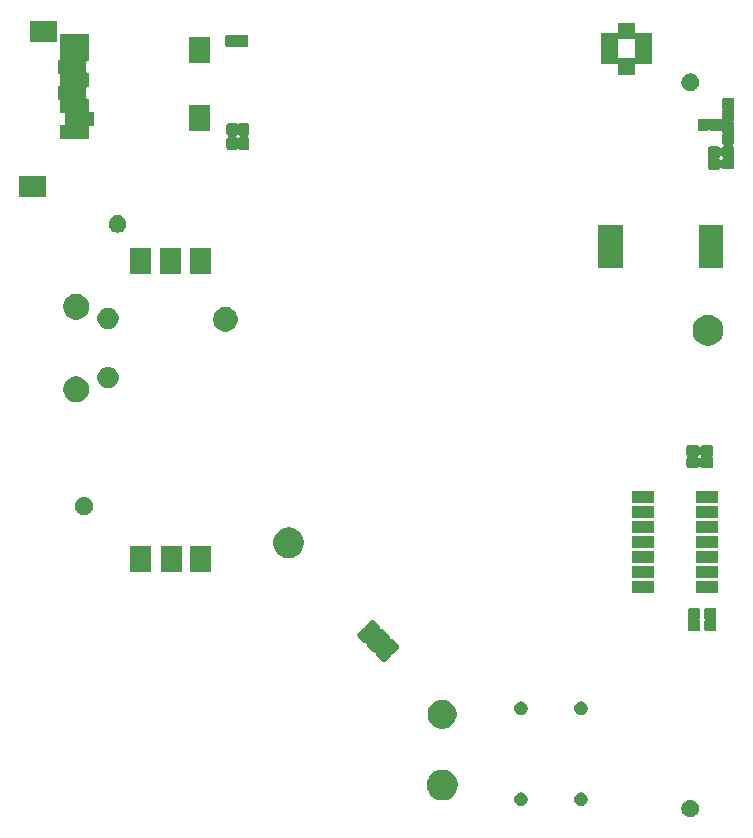
<source format=gbr>
G04 #@! TF.GenerationSoftware,KiCad,Pcbnew,5.1.6+dfsg1-1~bpo10+1*
G04 #@! TF.CreationDate,2021-03-28T20:23:35-04:00*
G04 #@! TF.ProjectId,RUSP_Daughterboard,52555350-5f44-4617-9567-68746572626f,rev?*
G04 #@! TF.SameCoordinates,Original*
G04 #@! TF.FileFunction,Soldermask,Top*
G04 #@! TF.FilePolarity,Negative*
%FSLAX46Y46*%
G04 Gerber Fmt 4.6, Leading zero omitted, Abs format (unit mm)*
G04 Created by KiCad (PCBNEW 5.1.6+dfsg1-1~bpo10+1) date 2021-03-28 20:23:35*
%MOMM*%
%LPD*%
G01*
G04 APERTURE LIST*
%ADD10C,0.100000*%
G04 APERTURE END LIST*
D10*
G36*
X175218766Y-135278821D02*
G01*
X175355257Y-135335358D01*
X175478097Y-135417437D01*
X175582563Y-135521903D01*
X175664642Y-135644743D01*
X175721179Y-135781234D01*
X175750000Y-135926130D01*
X175750000Y-136073870D01*
X175721179Y-136218766D01*
X175664642Y-136355257D01*
X175582563Y-136478097D01*
X175478097Y-136582563D01*
X175355257Y-136664642D01*
X175218766Y-136721179D01*
X175073870Y-136750000D01*
X174926130Y-136750000D01*
X174781234Y-136721179D01*
X174644743Y-136664642D01*
X174521903Y-136582563D01*
X174417437Y-136478097D01*
X174335358Y-136355257D01*
X174278821Y-136218766D01*
X174250000Y-136073870D01*
X174250000Y-135926130D01*
X174278821Y-135781234D01*
X174335358Y-135644743D01*
X174417437Y-135521903D01*
X174521903Y-135417437D01*
X174644743Y-135335358D01*
X174781234Y-135278821D01*
X174926130Y-135250000D01*
X175073870Y-135250000D01*
X175218766Y-135278821D01*
G37*
G36*
X165853153Y-134631145D02*
G01*
X165909180Y-134642289D01*
X166014733Y-134686011D01*
X166109728Y-134749485D01*
X166190515Y-134830272D01*
X166253990Y-134925269D01*
X166297711Y-135030821D01*
X166320000Y-135142874D01*
X166320000Y-135257126D01*
X166315684Y-135278822D01*
X166297711Y-135369180D01*
X166253989Y-135474733D01*
X166190515Y-135569728D01*
X166109728Y-135650515D01*
X166014733Y-135713989D01*
X165909180Y-135757711D01*
X165853153Y-135768855D01*
X165797126Y-135780000D01*
X165682874Y-135780000D01*
X165626847Y-135768855D01*
X165570820Y-135757711D01*
X165465267Y-135713989D01*
X165370272Y-135650515D01*
X165289485Y-135569728D01*
X165226011Y-135474733D01*
X165182289Y-135369180D01*
X165164316Y-135278822D01*
X165160000Y-135257126D01*
X165160000Y-135142874D01*
X165182289Y-135030821D01*
X165226010Y-134925269D01*
X165289485Y-134830272D01*
X165370272Y-134749485D01*
X165465267Y-134686011D01*
X165570820Y-134642289D01*
X165626847Y-134631145D01*
X165682874Y-134620000D01*
X165797126Y-134620000D01*
X165853153Y-134631145D01*
G37*
G36*
X160773153Y-134631145D02*
G01*
X160829180Y-134642289D01*
X160934733Y-134686011D01*
X161029728Y-134749485D01*
X161110515Y-134830272D01*
X161173990Y-134925269D01*
X161217711Y-135030821D01*
X161240000Y-135142874D01*
X161240000Y-135257126D01*
X161235684Y-135278822D01*
X161217711Y-135369180D01*
X161173989Y-135474733D01*
X161110515Y-135569728D01*
X161029728Y-135650515D01*
X160934733Y-135713989D01*
X160829180Y-135757711D01*
X160773153Y-135768855D01*
X160717126Y-135780000D01*
X160602874Y-135780000D01*
X160546847Y-135768855D01*
X160490820Y-135757711D01*
X160385267Y-135713989D01*
X160290272Y-135650515D01*
X160209485Y-135569728D01*
X160146011Y-135474733D01*
X160102289Y-135369180D01*
X160084316Y-135278822D01*
X160080000Y-135257126D01*
X160080000Y-135142874D01*
X160102289Y-135030821D01*
X160146010Y-134925269D01*
X160209485Y-134830272D01*
X160290272Y-134749485D01*
X160385267Y-134686011D01*
X160490820Y-134642289D01*
X160546847Y-134631145D01*
X160602874Y-134620000D01*
X160717126Y-134620000D01*
X160773153Y-134631145D01*
G37*
G36*
X154253617Y-132724979D02*
G01*
X154379196Y-132749958D01*
X154615781Y-132847955D01*
X154828702Y-132990224D01*
X155009776Y-133171298D01*
X155152045Y-133384219D01*
X155250042Y-133620804D01*
X155300000Y-133871961D01*
X155300000Y-134128039D01*
X155250042Y-134379196D01*
X155152045Y-134615781D01*
X155009776Y-134828702D01*
X154828702Y-135009776D01*
X154615781Y-135152045D01*
X154379196Y-135250042D01*
X154253617Y-135275021D01*
X154128040Y-135300000D01*
X153871960Y-135300000D01*
X153746383Y-135275021D01*
X153620804Y-135250042D01*
X153384219Y-135152045D01*
X153171298Y-135009776D01*
X152990224Y-134828702D01*
X152847955Y-134615781D01*
X152749958Y-134379196D01*
X152700000Y-134128039D01*
X152700000Y-133871961D01*
X152749958Y-133620804D01*
X152847955Y-133384219D01*
X152990224Y-133171298D01*
X153171298Y-132990224D01*
X153384219Y-132847955D01*
X153620804Y-132749958D01*
X153746383Y-132724979D01*
X153871960Y-132700000D01*
X154128040Y-132700000D01*
X154253617Y-132724979D01*
G37*
G36*
X154238985Y-126798538D02*
G01*
X154357319Y-126822076D01*
X154449661Y-126860325D01*
X154580254Y-126914418D01*
X154780891Y-127048480D01*
X154951520Y-127219109D01*
X155085582Y-127419746D01*
X155177924Y-127642682D01*
X155225000Y-127879347D01*
X155225000Y-128120653D01*
X155177924Y-128357318D01*
X155085582Y-128580254D01*
X154951520Y-128780891D01*
X154780891Y-128951520D01*
X154580254Y-129085582D01*
X154449661Y-129139675D01*
X154357319Y-129177924D01*
X154120653Y-129225000D01*
X153879347Y-129225000D01*
X153642681Y-129177924D01*
X153550339Y-129139675D01*
X153419746Y-129085582D01*
X153219109Y-128951520D01*
X153048480Y-128780891D01*
X152914418Y-128580254D01*
X152822076Y-128357318D01*
X152775000Y-128120653D01*
X152775000Y-127879347D01*
X152822076Y-127642682D01*
X152914418Y-127419746D01*
X153048480Y-127219109D01*
X153219109Y-127048480D01*
X153419746Y-126914418D01*
X153550339Y-126860325D01*
X153642681Y-126822076D01*
X153761015Y-126798538D01*
X153879347Y-126775000D01*
X154120653Y-126775000D01*
X154238985Y-126798538D01*
G37*
G36*
X160773153Y-126931145D02*
G01*
X160829180Y-126942289D01*
X160934733Y-126986011D01*
X161029728Y-127049485D01*
X161110515Y-127130272D01*
X161173989Y-127225267D01*
X161217711Y-127330820D01*
X161240000Y-127442875D01*
X161240000Y-127557125D01*
X161217711Y-127669180D01*
X161173989Y-127774733D01*
X161110515Y-127869728D01*
X161029728Y-127950515D01*
X160934733Y-128013989D01*
X160829180Y-128057711D01*
X160773152Y-128068856D01*
X160717126Y-128080000D01*
X160602874Y-128080000D01*
X160546848Y-128068856D01*
X160490820Y-128057711D01*
X160385267Y-128013989D01*
X160290272Y-127950515D01*
X160209485Y-127869728D01*
X160146011Y-127774733D01*
X160102289Y-127669180D01*
X160080000Y-127557125D01*
X160080000Y-127442875D01*
X160102289Y-127330820D01*
X160146011Y-127225267D01*
X160209485Y-127130272D01*
X160290272Y-127049485D01*
X160385267Y-126986011D01*
X160490820Y-126942289D01*
X160546847Y-126931145D01*
X160602874Y-126920000D01*
X160717126Y-126920000D01*
X160773153Y-126931145D01*
G37*
G36*
X165853153Y-126931145D02*
G01*
X165909180Y-126942289D01*
X166014733Y-126986011D01*
X166109728Y-127049485D01*
X166190515Y-127130272D01*
X166253989Y-127225267D01*
X166297711Y-127330820D01*
X166320000Y-127442875D01*
X166320000Y-127557125D01*
X166297711Y-127669180D01*
X166253989Y-127774733D01*
X166190515Y-127869728D01*
X166109728Y-127950515D01*
X166014733Y-128013989D01*
X165909180Y-128057711D01*
X165853152Y-128068856D01*
X165797126Y-128080000D01*
X165682874Y-128080000D01*
X165626848Y-128068856D01*
X165570820Y-128057711D01*
X165465267Y-128013989D01*
X165370272Y-127950515D01*
X165289485Y-127869728D01*
X165226011Y-127774733D01*
X165182289Y-127669180D01*
X165160000Y-127557125D01*
X165160000Y-127442875D01*
X165182289Y-127330820D01*
X165226011Y-127225267D01*
X165289485Y-127130272D01*
X165370272Y-127049485D01*
X165465267Y-126986011D01*
X165570820Y-126942289D01*
X165626847Y-126931145D01*
X165682874Y-126920000D01*
X165797126Y-126920000D01*
X165853153Y-126931145D01*
G37*
G36*
X148141243Y-120020117D02*
G01*
X148175836Y-120030611D01*
X148207709Y-120047647D01*
X148240425Y-120074497D01*
X148280267Y-120114339D01*
X148280278Y-120114348D01*
X148665652Y-120499722D01*
X148665661Y-120499733D01*
X148705503Y-120539575D01*
X148732353Y-120572291D01*
X148749389Y-120604164D01*
X148759883Y-120638757D01*
X148763426Y-120674731D01*
X148761766Y-120691584D01*
X148761766Y-120716088D01*
X148766546Y-120740121D01*
X148775923Y-120762760D01*
X148789537Y-120783135D01*
X148806863Y-120800462D01*
X148827238Y-120814076D01*
X148849876Y-120823453D01*
X148873910Y-120828234D01*
X148898416Y-120828234D01*
X148915269Y-120826574D01*
X148951243Y-120830117D01*
X148985836Y-120840611D01*
X149017709Y-120857647D01*
X149050425Y-120884497D01*
X149090267Y-120924339D01*
X149090278Y-120924348D01*
X149475652Y-121309722D01*
X149475661Y-121309733D01*
X149515503Y-121349575D01*
X149542353Y-121382291D01*
X149559389Y-121414164D01*
X149569883Y-121448757D01*
X149573426Y-121484730D01*
X149570967Y-121509692D01*
X149570967Y-121534196D01*
X149575747Y-121558229D01*
X149585124Y-121580868D01*
X149598737Y-121601243D01*
X149616064Y-121618570D01*
X149636438Y-121632184D01*
X149659077Y-121641562D01*
X149683110Y-121646343D01*
X149702925Y-121646343D01*
X149741243Y-121650117D01*
X149775836Y-121660611D01*
X149807709Y-121677647D01*
X149840425Y-121704497D01*
X149880267Y-121744339D01*
X149880278Y-121744348D01*
X150265652Y-122129722D01*
X150265661Y-122129733D01*
X150305503Y-122169575D01*
X150332353Y-122202291D01*
X150349389Y-122234164D01*
X150359883Y-122268757D01*
X150363426Y-122304731D01*
X150359883Y-122340705D01*
X150349389Y-122375298D01*
X150332353Y-122407171D01*
X150305503Y-122439887D01*
X150265661Y-122479729D01*
X150265652Y-122479740D01*
X149915634Y-122829758D01*
X149915623Y-122829767D01*
X149875781Y-122869609D01*
X149843065Y-122896459D01*
X149811192Y-122913495D01*
X149768250Y-122926521D01*
X149761239Y-122927916D01*
X149738601Y-122937295D01*
X149718227Y-122950910D01*
X149700901Y-122968238D01*
X149687289Y-122988613D01*
X149677913Y-123011252D01*
X149676520Y-123018253D01*
X149663495Y-123061192D01*
X149646459Y-123093065D01*
X149619609Y-123125781D01*
X149579767Y-123165623D01*
X149579758Y-123165634D01*
X149229740Y-123515652D01*
X149229729Y-123515661D01*
X149189887Y-123555503D01*
X149157171Y-123582353D01*
X149125298Y-123599389D01*
X149090705Y-123609883D01*
X149054731Y-123613426D01*
X149018757Y-123609883D01*
X148984164Y-123599389D01*
X148952291Y-123582353D01*
X148919575Y-123555503D01*
X148879733Y-123515661D01*
X148879722Y-123515652D01*
X148494348Y-123130278D01*
X148494339Y-123130267D01*
X148454497Y-123090425D01*
X148427647Y-123057709D01*
X148410611Y-123025836D01*
X148400117Y-122991243D01*
X148396574Y-122955269D01*
X148399033Y-122930308D01*
X148399033Y-122905804D01*
X148394253Y-122881771D01*
X148384876Y-122859132D01*
X148371263Y-122838757D01*
X148353936Y-122821430D01*
X148333562Y-122807816D01*
X148310923Y-122798438D01*
X148286890Y-122793657D01*
X148267075Y-122793657D01*
X148228757Y-122789883D01*
X148194164Y-122779389D01*
X148162291Y-122762353D01*
X148129575Y-122735503D01*
X148089733Y-122695661D01*
X148089722Y-122695652D01*
X147704348Y-122310278D01*
X147704339Y-122310267D01*
X147664497Y-122270425D01*
X147637647Y-122237709D01*
X147620611Y-122205836D01*
X147610117Y-122171243D01*
X147606574Y-122135269D01*
X147608234Y-122118416D01*
X147608234Y-122093912D01*
X147603454Y-122069879D01*
X147594077Y-122047240D01*
X147580463Y-122026865D01*
X147563137Y-122009538D01*
X147542762Y-121995924D01*
X147520124Y-121986547D01*
X147496090Y-121981766D01*
X147471584Y-121981766D01*
X147454731Y-121983426D01*
X147418757Y-121979883D01*
X147384164Y-121969389D01*
X147352291Y-121952353D01*
X147319575Y-121925503D01*
X147279733Y-121885661D01*
X147279722Y-121885652D01*
X146894348Y-121500278D01*
X146894339Y-121500267D01*
X146854497Y-121460425D01*
X146827647Y-121427709D01*
X146810611Y-121395836D01*
X146800117Y-121361243D01*
X146796574Y-121325269D01*
X146800117Y-121289295D01*
X146810611Y-121254702D01*
X146827647Y-121222829D01*
X146854497Y-121190113D01*
X146894339Y-121150271D01*
X146894348Y-121150260D01*
X147244366Y-120800242D01*
X147244377Y-120800233D01*
X147284219Y-120760391D01*
X147316935Y-120733541D01*
X147348808Y-120716505D01*
X147391750Y-120703479D01*
X147398761Y-120702084D01*
X147421399Y-120692705D01*
X147441773Y-120679090D01*
X147459099Y-120661762D01*
X147472711Y-120641387D01*
X147482087Y-120618748D01*
X147483480Y-120611747D01*
X147496505Y-120568808D01*
X147513541Y-120536935D01*
X147540391Y-120504219D01*
X147580233Y-120464377D01*
X147580242Y-120464366D01*
X147930260Y-120114348D01*
X147930271Y-120114339D01*
X147970113Y-120074497D01*
X148002829Y-120047647D01*
X148034702Y-120030611D01*
X148069295Y-120020117D01*
X148105269Y-120016574D01*
X148141243Y-120020117D01*
G37*
G36*
X175670974Y-119024148D02*
G01*
X175705567Y-119034642D01*
X175737440Y-119051678D01*
X175765386Y-119074614D01*
X175788322Y-119102560D01*
X175805358Y-119134433D01*
X175815852Y-119169026D01*
X175820000Y-119211141D01*
X175820000Y-119818859D01*
X175815852Y-119860974D01*
X175805358Y-119895567D01*
X175784213Y-119935127D01*
X175780244Y-119941066D01*
X175770865Y-119963703D01*
X175766082Y-119987736D01*
X175766080Y-120012240D01*
X175770858Y-120036274D01*
X175780233Y-120058914D01*
X175784206Y-120064861D01*
X175805358Y-120104433D01*
X175815852Y-120139026D01*
X175820000Y-120181141D01*
X175820000Y-120788859D01*
X175815852Y-120830974D01*
X175805358Y-120865567D01*
X175788322Y-120897440D01*
X175765386Y-120925386D01*
X175737440Y-120948322D01*
X175705567Y-120965358D01*
X175670974Y-120975852D01*
X175628859Y-120980000D01*
X174971141Y-120980000D01*
X174929026Y-120975852D01*
X174894433Y-120965358D01*
X174862560Y-120948322D01*
X174834614Y-120925386D01*
X174811678Y-120897440D01*
X174794642Y-120865567D01*
X174784148Y-120830974D01*
X174780000Y-120788859D01*
X174780000Y-120181141D01*
X174784148Y-120139026D01*
X174794642Y-120104433D01*
X174815787Y-120064873D01*
X174819756Y-120058934D01*
X174829135Y-120036297D01*
X174833918Y-120012264D01*
X174833920Y-119987760D01*
X174829142Y-119963726D01*
X174819767Y-119941086D01*
X174815794Y-119935139D01*
X174794642Y-119895567D01*
X174784148Y-119860974D01*
X174780000Y-119818859D01*
X174780000Y-119211141D01*
X174784148Y-119169026D01*
X174794642Y-119134433D01*
X174811678Y-119102560D01*
X174834614Y-119074614D01*
X174862560Y-119051678D01*
X174894433Y-119034642D01*
X174929026Y-119024148D01*
X174971141Y-119020000D01*
X175628859Y-119020000D01*
X175670974Y-119024148D01*
G37*
G36*
X177070974Y-119024148D02*
G01*
X177105567Y-119034642D01*
X177137440Y-119051678D01*
X177165386Y-119074614D01*
X177188322Y-119102560D01*
X177205358Y-119134433D01*
X177215852Y-119169026D01*
X177220000Y-119211141D01*
X177220000Y-119818859D01*
X177215852Y-119860974D01*
X177205358Y-119895567D01*
X177184213Y-119935127D01*
X177180244Y-119941066D01*
X177170865Y-119963703D01*
X177166082Y-119987736D01*
X177166080Y-120012240D01*
X177170858Y-120036274D01*
X177180233Y-120058914D01*
X177184206Y-120064861D01*
X177205358Y-120104433D01*
X177215852Y-120139026D01*
X177220000Y-120181141D01*
X177220000Y-120788859D01*
X177215852Y-120830974D01*
X177205358Y-120865567D01*
X177188322Y-120897440D01*
X177165386Y-120925386D01*
X177137440Y-120948322D01*
X177105567Y-120965358D01*
X177070974Y-120975852D01*
X177028859Y-120980000D01*
X176371141Y-120980000D01*
X176329026Y-120975852D01*
X176294433Y-120965358D01*
X176262560Y-120948322D01*
X176234614Y-120925386D01*
X176211678Y-120897440D01*
X176194642Y-120865567D01*
X176184148Y-120830974D01*
X176180000Y-120788859D01*
X176180000Y-120181141D01*
X176184148Y-120139026D01*
X176194642Y-120104433D01*
X176215787Y-120064873D01*
X176219756Y-120058934D01*
X176229135Y-120036297D01*
X176233918Y-120012264D01*
X176233920Y-119987760D01*
X176229142Y-119963726D01*
X176219767Y-119941086D01*
X176215794Y-119935139D01*
X176194642Y-119895567D01*
X176184148Y-119860974D01*
X176180000Y-119818859D01*
X176180000Y-119211141D01*
X176184148Y-119169026D01*
X176194642Y-119134433D01*
X176211678Y-119102560D01*
X176234614Y-119074614D01*
X176262560Y-119051678D01*
X176294433Y-119034642D01*
X176329026Y-119024148D01*
X176371141Y-119020000D01*
X177028859Y-119020000D01*
X177070974Y-119024148D01*
G37*
G36*
X177350000Y-117710000D02*
G01*
X175450000Y-117710000D01*
X175450000Y-116710000D01*
X177350000Y-116710000D01*
X177350000Y-117710000D01*
G37*
G36*
X171950000Y-117710000D02*
G01*
X170050000Y-117710000D01*
X170050000Y-116710000D01*
X171950000Y-116710000D01*
X171950000Y-117710000D01*
G37*
G36*
X171950000Y-116440000D02*
G01*
X170050000Y-116440000D01*
X170050000Y-115440000D01*
X171950000Y-115440000D01*
X171950000Y-116440000D01*
G37*
G36*
X177350000Y-116440000D02*
G01*
X175450000Y-116440000D01*
X175450000Y-115440000D01*
X177350000Y-115440000D01*
X177350000Y-116440000D01*
G37*
G36*
X134460000Y-115986500D02*
G01*
X132660000Y-115986500D01*
X132660000Y-113786500D01*
X134460000Y-113786500D01*
X134460000Y-115986500D01*
G37*
G36*
X131983500Y-115986500D02*
G01*
X130183500Y-115986500D01*
X130183500Y-113786500D01*
X131983500Y-113786500D01*
X131983500Y-115986500D01*
G37*
G36*
X129380000Y-115986500D02*
G01*
X127580000Y-115986500D01*
X127580000Y-113786500D01*
X129380000Y-113786500D01*
X129380000Y-115986500D01*
G37*
G36*
X171950000Y-115170000D02*
G01*
X170050000Y-115170000D01*
X170050000Y-114170000D01*
X171950000Y-114170000D01*
X171950000Y-115170000D01*
G37*
G36*
X177350000Y-115170000D02*
G01*
X175450000Y-115170000D01*
X175450000Y-114170000D01*
X177350000Y-114170000D01*
X177350000Y-115170000D01*
G37*
G36*
X141253617Y-112224979D02*
G01*
X141379196Y-112249958D01*
X141615781Y-112347955D01*
X141828702Y-112490224D01*
X142009776Y-112671298D01*
X142152045Y-112884219D01*
X142250042Y-113120804D01*
X142300000Y-113371961D01*
X142300000Y-113628039D01*
X142250042Y-113879196D01*
X142152045Y-114115781D01*
X142009776Y-114328702D01*
X141828702Y-114509776D01*
X141615781Y-114652045D01*
X141379196Y-114750042D01*
X141128040Y-114800000D01*
X140871960Y-114800000D01*
X140620804Y-114750042D01*
X140384219Y-114652045D01*
X140171298Y-114509776D01*
X139990224Y-114328702D01*
X139847955Y-114115781D01*
X139749958Y-113879196D01*
X139700000Y-113628039D01*
X139700000Y-113371961D01*
X139749958Y-113120804D01*
X139847955Y-112884219D01*
X139990224Y-112671298D01*
X140171298Y-112490224D01*
X140384219Y-112347955D01*
X140620804Y-112249958D01*
X140746383Y-112224979D01*
X140871960Y-112200000D01*
X141128040Y-112200000D01*
X141253617Y-112224979D01*
G37*
G36*
X171950000Y-113900000D02*
G01*
X170050000Y-113900000D01*
X170050000Y-112900000D01*
X171950000Y-112900000D01*
X171950000Y-113900000D01*
G37*
G36*
X177350000Y-113900000D02*
G01*
X175450000Y-113900000D01*
X175450000Y-112900000D01*
X177350000Y-112900000D01*
X177350000Y-113900000D01*
G37*
G36*
X171950000Y-112630000D02*
G01*
X170050000Y-112630000D01*
X170050000Y-111630000D01*
X171950000Y-111630000D01*
X171950000Y-112630000D01*
G37*
G36*
X177350000Y-112630000D02*
G01*
X175450000Y-112630000D01*
X175450000Y-111630000D01*
X177350000Y-111630000D01*
X177350000Y-112630000D01*
G37*
G36*
X177350000Y-111360000D02*
G01*
X175450000Y-111360000D01*
X175450000Y-110360000D01*
X177350000Y-110360000D01*
X177350000Y-111360000D01*
G37*
G36*
X171950000Y-111360000D02*
G01*
X170050000Y-111360000D01*
X170050000Y-110360000D01*
X171950000Y-110360000D01*
X171950000Y-111360000D01*
G37*
G36*
X123903351Y-109610743D02*
G01*
X124048941Y-109671048D01*
X124179970Y-109758599D01*
X124291401Y-109870030D01*
X124378952Y-110001059D01*
X124439257Y-110146649D01*
X124470000Y-110301206D01*
X124470000Y-110458794D01*
X124439257Y-110613351D01*
X124378952Y-110758941D01*
X124291401Y-110889970D01*
X124179970Y-111001401D01*
X124048941Y-111088952D01*
X123903351Y-111149257D01*
X123748794Y-111180000D01*
X123591206Y-111180000D01*
X123436649Y-111149257D01*
X123291059Y-111088952D01*
X123160030Y-111001401D01*
X123048599Y-110889970D01*
X122961048Y-110758941D01*
X122900743Y-110613351D01*
X122870000Y-110458794D01*
X122870000Y-110301206D01*
X122900743Y-110146649D01*
X122961048Y-110001059D01*
X123048599Y-109870030D01*
X123160030Y-109758599D01*
X123291059Y-109671048D01*
X123436649Y-109610743D01*
X123591206Y-109580000D01*
X123748794Y-109580000D01*
X123903351Y-109610743D01*
G37*
G36*
X177350000Y-110090000D02*
G01*
X175450000Y-110090000D01*
X175450000Y-109090000D01*
X177350000Y-109090000D01*
X177350000Y-110090000D01*
G37*
G36*
X171950000Y-110090000D02*
G01*
X170050000Y-110090000D01*
X170050000Y-109090000D01*
X171950000Y-109090000D01*
X171950000Y-110090000D01*
G37*
G36*
X175570974Y-105224148D02*
G01*
X175605567Y-105234642D01*
X175637440Y-105251678D01*
X175665386Y-105274614D01*
X175688321Y-105302559D01*
X175689760Y-105305251D01*
X175703373Y-105325626D01*
X175720700Y-105342953D01*
X175741074Y-105356567D01*
X175763713Y-105365945D01*
X175787746Y-105370726D01*
X175812250Y-105370726D01*
X175836283Y-105365946D01*
X175858922Y-105356569D01*
X175879297Y-105342956D01*
X175896624Y-105325629D01*
X175910240Y-105305251D01*
X175911679Y-105302559D01*
X175934614Y-105274614D01*
X175962560Y-105251678D01*
X175994433Y-105234642D01*
X176029026Y-105224148D01*
X176071141Y-105220000D01*
X176728859Y-105220000D01*
X176770974Y-105224148D01*
X176805567Y-105234642D01*
X176837440Y-105251678D01*
X176865386Y-105274614D01*
X176888322Y-105302560D01*
X176905358Y-105334433D01*
X176915852Y-105369026D01*
X176920000Y-105411141D01*
X176920000Y-106018859D01*
X176915852Y-106060974D01*
X176905358Y-106095567D01*
X176884213Y-106135127D01*
X176880244Y-106141066D01*
X176870865Y-106163703D01*
X176866082Y-106187736D01*
X176866080Y-106212240D01*
X176870858Y-106236274D01*
X176880233Y-106258914D01*
X176884206Y-106264861D01*
X176905358Y-106304433D01*
X176915852Y-106339026D01*
X176920000Y-106381141D01*
X176920000Y-106988859D01*
X176915852Y-107030974D01*
X176905358Y-107065567D01*
X176888322Y-107097440D01*
X176865386Y-107125386D01*
X176837440Y-107148322D01*
X176805567Y-107165358D01*
X176770974Y-107175852D01*
X176728859Y-107180000D01*
X176071141Y-107180000D01*
X176029026Y-107175852D01*
X175994433Y-107165358D01*
X175962560Y-107148322D01*
X175934614Y-107125386D01*
X175911679Y-107097441D01*
X175910240Y-107094749D01*
X175896627Y-107074374D01*
X175879300Y-107057047D01*
X175858926Y-107043433D01*
X175836287Y-107034055D01*
X175812254Y-107029274D01*
X175787750Y-107029274D01*
X175763717Y-107034054D01*
X175741078Y-107043431D01*
X175720703Y-107057044D01*
X175703376Y-107074371D01*
X175689760Y-107094749D01*
X175688321Y-107097441D01*
X175665386Y-107125386D01*
X175637440Y-107148322D01*
X175605567Y-107165358D01*
X175570974Y-107175852D01*
X175528859Y-107180000D01*
X174871141Y-107180000D01*
X174829026Y-107175852D01*
X174794433Y-107165358D01*
X174762560Y-107148322D01*
X174734614Y-107125386D01*
X174711678Y-107097440D01*
X174694642Y-107065567D01*
X174684148Y-107030974D01*
X174680000Y-106988859D01*
X174680000Y-106381141D01*
X174684148Y-106339026D01*
X174694642Y-106304433D01*
X174715787Y-106264873D01*
X174719756Y-106258934D01*
X174729135Y-106236297D01*
X174733918Y-106212264D01*
X174733918Y-106212240D01*
X175666080Y-106212240D01*
X175670858Y-106236274D01*
X175680233Y-106258914D01*
X175684206Y-106264861D01*
X175689760Y-106275251D01*
X175703373Y-106295626D01*
X175720700Y-106312953D01*
X175741074Y-106326567D01*
X175763713Y-106335945D01*
X175787746Y-106340726D01*
X175812250Y-106340726D01*
X175836283Y-106335946D01*
X175858922Y-106326569D01*
X175879297Y-106312956D01*
X175896624Y-106295629D01*
X175910240Y-106275251D01*
X175915787Y-106264873D01*
X175919756Y-106258934D01*
X175929135Y-106236297D01*
X175933918Y-106212264D01*
X175933920Y-106187760D01*
X175929142Y-106163726D01*
X175919767Y-106141086D01*
X175915794Y-106135139D01*
X175910240Y-106124749D01*
X175896627Y-106104374D01*
X175879300Y-106087047D01*
X175858926Y-106073433D01*
X175836287Y-106064055D01*
X175812254Y-106059274D01*
X175787750Y-106059274D01*
X175763717Y-106064054D01*
X175741078Y-106073431D01*
X175720703Y-106087044D01*
X175703376Y-106104371D01*
X175689760Y-106124749D01*
X175684213Y-106135127D01*
X175680244Y-106141066D01*
X175670865Y-106163703D01*
X175666082Y-106187736D01*
X175666080Y-106212240D01*
X174733918Y-106212240D01*
X174733920Y-106187760D01*
X174729142Y-106163726D01*
X174719767Y-106141086D01*
X174715794Y-106135139D01*
X174694642Y-106095567D01*
X174684148Y-106060974D01*
X174680000Y-106018859D01*
X174680000Y-105411141D01*
X174684148Y-105369026D01*
X174694642Y-105334433D01*
X174711678Y-105302560D01*
X174734614Y-105274614D01*
X174762560Y-105251678D01*
X174794433Y-105234642D01*
X174829026Y-105224148D01*
X174871141Y-105220000D01*
X175528859Y-105220000D01*
X175570974Y-105224148D01*
G37*
G36*
X123320857Y-99442272D02*
G01*
X123521043Y-99525192D01*
X123521045Y-99525193D01*
X123611738Y-99585792D01*
X123701208Y-99645574D01*
X123854426Y-99798792D01*
X123974808Y-99978957D01*
X124057728Y-100179143D01*
X124100000Y-100391658D01*
X124100000Y-100608342D01*
X124057728Y-100820857D01*
X123974808Y-101021043D01*
X123974807Y-101021045D01*
X123854425Y-101201209D01*
X123701209Y-101354425D01*
X123521045Y-101474807D01*
X123521044Y-101474808D01*
X123521043Y-101474808D01*
X123320857Y-101557728D01*
X123108342Y-101600000D01*
X122891658Y-101600000D01*
X122679143Y-101557728D01*
X122478957Y-101474808D01*
X122478956Y-101474808D01*
X122478955Y-101474807D01*
X122298791Y-101354425D01*
X122145575Y-101201209D01*
X122025193Y-101021045D01*
X122025192Y-101021043D01*
X121942272Y-100820857D01*
X121900000Y-100608342D01*
X121900000Y-100391658D01*
X121942272Y-100179143D01*
X122025192Y-99978957D01*
X122145574Y-99798792D01*
X122298792Y-99645574D01*
X122388262Y-99585792D01*
X122478955Y-99525193D01*
X122478957Y-99525192D01*
X122679143Y-99442272D01*
X122891658Y-99400000D01*
X123108342Y-99400000D01*
X123320857Y-99442272D01*
G37*
G36*
X125905470Y-98619160D02*
G01*
X125963687Y-98630740D01*
X126031832Y-98658967D01*
X126128204Y-98698885D01*
X126276266Y-98797817D01*
X126402183Y-98923734D01*
X126501115Y-99071796D01*
X126569260Y-99236314D01*
X126604000Y-99410962D01*
X126604000Y-99589038D01*
X126569260Y-99763686D01*
X126501115Y-99928204D01*
X126402183Y-100076266D01*
X126276266Y-100202183D01*
X126128204Y-100301115D01*
X126031832Y-100341033D01*
X125963687Y-100369260D01*
X125905470Y-100380840D01*
X125789038Y-100404000D01*
X125610962Y-100404000D01*
X125494530Y-100380840D01*
X125436313Y-100369260D01*
X125368168Y-100341033D01*
X125271796Y-100301115D01*
X125123734Y-100202183D01*
X124997817Y-100076266D01*
X124898885Y-99928204D01*
X124830740Y-99763686D01*
X124796000Y-99589038D01*
X124796000Y-99410962D01*
X124830740Y-99236314D01*
X124898885Y-99071796D01*
X124997817Y-98923734D01*
X125123734Y-98797817D01*
X125271796Y-98698885D01*
X125368168Y-98658967D01*
X125436313Y-98630740D01*
X125494530Y-98619160D01*
X125610962Y-98596000D01*
X125789038Y-98596000D01*
X125905470Y-98619160D01*
G37*
G36*
X176879196Y-94249958D02*
G01*
X177115781Y-94347955D01*
X177328702Y-94490224D01*
X177509776Y-94671298D01*
X177652045Y-94884219D01*
X177750042Y-95120804D01*
X177800000Y-95371961D01*
X177800000Y-95628039D01*
X177750042Y-95879196D01*
X177652045Y-96115781D01*
X177509776Y-96328702D01*
X177328702Y-96509776D01*
X177115781Y-96652045D01*
X176879196Y-96750042D01*
X176753617Y-96775021D01*
X176628040Y-96800000D01*
X176371960Y-96800000D01*
X176246383Y-96775021D01*
X176120804Y-96750042D01*
X175884219Y-96652045D01*
X175671298Y-96509776D01*
X175490224Y-96328702D01*
X175347955Y-96115781D01*
X175249958Y-95879196D01*
X175200000Y-95628039D01*
X175200000Y-95371961D01*
X175249958Y-95120804D01*
X175347955Y-94884219D01*
X175490224Y-94671298D01*
X175671298Y-94490224D01*
X175884219Y-94347955D01*
X176120804Y-94249958D01*
X176371960Y-94200000D01*
X176628040Y-94200000D01*
X176879196Y-94249958D01*
G37*
G36*
X135773687Y-93530027D02*
G01*
X135951274Y-93565350D01*
X136142362Y-93644502D01*
X136314336Y-93759411D01*
X136460589Y-93905664D01*
X136575498Y-94077638D01*
X136654650Y-94268726D01*
X136695000Y-94471584D01*
X136695000Y-94678416D01*
X136654650Y-94881274D01*
X136575498Y-95072362D01*
X136460589Y-95244336D01*
X136314336Y-95390589D01*
X136142362Y-95505498D01*
X135951274Y-95584650D01*
X135773687Y-95619973D01*
X135748417Y-95625000D01*
X135541583Y-95625000D01*
X135516313Y-95619973D01*
X135338726Y-95584650D01*
X135147638Y-95505498D01*
X134975664Y-95390589D01*
X134829411Y-95244336D01*
X134714502Y-95072362D01*
X134635350Y-94881274D01*
X134595000Y-94678416D01*
X134595000Y-94471584D01*
X134635350Y-94268726D01*
X134714502Y-94077638D01*
X134829411Y-93905664D01*
X134975664Y-93759411D01*
X135147638Y-93644502D01*
X135338726Y-93565350D01*
X135516313Y-93530027D01*
X135541583Y-93525000D01*
X135748417Y-93525000D01*
X135773687Y-93530027D01*
G37*
G36*
X125905470Y-93619160D02*
G01*
X125963687Y-93630740D01*
X125996911Y-93644502D01*
X126128204Y-93698885D01*
X126276266Y-93797817D01*
X126402183Y-93923734D01*
X126501115Y-94071796D01*
X126541033Y-94168168D01*
X126554219Y-94200000D01*
X126569260Y-94236314D01*
X126604000Y-94410962D01*
X126604000Y-94589038D01*
X126569260Y-94763686D01*
X126501115Y-94928204D01*
X126402183Y-95076266D01*
X126276266Y-95202183D01*
X126128204Y-95301115D01*
X126031832Y-95341033D01*
X125963687Y-95369260D01*
X125905470Y-95380840D01*
X125789038Y-95404000D01*
X125610962Y-95404000D01*
X125494530Y-95380840D01*
X125436313Y-95369260D01*
X125368168Y-95341033D01*
X125271796Y-95301115D01*
X125123734Y-95202183D01*
X124997817Y-95076266D01*
X124898885Y-94928204D01*
X124830740Y-94763686D01*
X124796000Y-94589038D01*
X124796000Y-94410962D01*
X124830740Y-94236314D01*
X124845782Y-94200000D01*
X124858967Y-94168168D01*
X124898885Y-94071796D01*
X124997817Y-93923734D01*
X125123734Y-93797817D01*
X125271796Y-93698885D01*
X125403089Y-93644502D01*
X125436313Y-93630740D01*
X125494530Y-93619160D01*
X125610962Y-93596000D01*
X125789038Y-93596000D01*
X125905470Y-93619160D01*
G37*
G36*
X123320857Y-92442272D02*
G01*
X123521043Y-92525192D01*
X123521045Y-92525193D01*
X123611738Y-92585792D01*
X123701208Y-92645574D01*
X123854426Y-92798792D01*
X123974808Y-92978957D01*
X124057728Y-93179143D01*
X124100000Y-93391658D01*
X124100000Y-93608342D01*
X124057728Y-93820857D01*
X123974808Y-94021043D01*
X123974807Y-94021045D01*
X123854425Y-94201209D01*
X123701209Y-94354425D01*
X123521045Y-94474807D01*
X123521044Y-94474808D01*
X123521043Y-94474808D01*
X123320857Y-94557728D01*
X123108342Y-94600000D01*
X122891658Y-94600000D01*
X122679143Y-94557728D01*
X122478957Y-94474808D01*
X122478956Y-94474808D01*
X122478955Y-94474807D01*
X122298791Y-94354425D01*
X122145575Y-94201209D01*
X122025193Y-94021045D01*
X122025192Y-94021043D01*
X121942272Y-93820857D01*
X121900000Y-93608342D01*
X121900000Y-93391658D01*
X121942272Y-93179143D01*
X122025192Y-92978957D01*
X122145574Y-92798792D01*
X122298792Y-92645574D01*
X122388262Y-92585792D01*
X122478955Y-92525193D01*
X122478957Y-92525192D01*
X122679143Y-92442272D01*
X122891658Y-92400000D01*
X123108342Y-92400000D01*
X123320857Y-92442272D01*
G37*
G36*
X134460000Y-90713500D02*
G01*
X132660000Y-90713500D01*
X132660000Y-88513500D01*
X134460000Y-88513500D01*
X134460000Y-90713500D01*
G37*
G36*
X131920000Y-90713500D02*
G01*
X130120000Y-90713500D01*
X130120000Y-88513500D01*
X131920000Y-88513500D01*
X131920000Y-90713500D01*
G37*
G36*
X129380000Y-90713500D02*
G01*
X127580000Y-90713500D01*
X127580000Y-88513500D01*
X129380000Y-88513500D01*
X129380000Y-90713500D01*
G37*
G36*
X177800000Y-90200000D02*
G01*
X175700000Y-90200000D01*
X175700000Y-86600000D01*
X177800000Y-86600000D01*
X177800000Y-90200000D01*
G37*
G36*
X169300000Y-90200000D02*
G01*
X167200000Y-90200000D01*
X167200000Y-86600000D01*
X169300000Y-86600000D01*
X169300000Y-90200000D01*
G37*
G36*
X126718766Y-85778821D02*
G01*
X126855257Y-85835358D01*
X126978097Y-85917437D01*
X127082563Y-86021903D01*
X127164642Y-86144743D01*
X127221179Y-86281234D01*
X127250000Y-86426130D01*
X127250000Y-86573870D01*
X127221179Y-86718766D01*
X127164642Y-86855257D01*
X127082563Y-86978097D01*
X126978097Y-87082563D01*
X126855257Y-87164642D01*
X126718766Y-87221179D01*
X126573870Y-87250000D01*
X126426130Y-87250000D01*
X126281234Y-87221179D01*
X126144743Y-87164642D01*
X126021903Y-87082563D01*
X125917437Y-86978097D01*
X125835358Y-86855257D01*
X125778821Y-86718766D01*
X125750000Y-86573870D01*
X125750000Y-86426130D01*
X125778821Y-86281234D01*
X125835358Y-86144743D01*
X125917437Y-86021903D01*
X126021903Y-85917437D01*
X126144743Y-85835358D01*
X126281234Y-85778821D01*
X126426130Y-85750000D01*
X126573870Y-85750000D01*
X126718766Y-85778821D01*
G37*
G36*
X120425000Y-84250000D02*
G01*
X118125000Y-84250000D01*
X118125000Y-82450000D01*
X120425000Y-82450000D01*
X120425000Y-84250000D01*
G37*
G36*
X178570974Y-75824148D02*
G01*
X178605567Y-75834642D01*
X178637440Y-75851678D01*
X178665386Y-75874614D01*
X178688322Y-75902560D01*
X178705358Y-75934433D01*
X178715852Y-75969026D01*
X178720000Y-76011141D01*
X178720000Y-76618859D01*
X178715852Y-76660974D01*
X178705358Y-76695567D01*
X178684213Y-76735127D01*
X178680244Y-76741066D01*
X178670865Y-76763703D01*
X178666082Y-76787736D01*
X178666080Y-76812240D01*
X178670858Y-76836274D01*
X178680233Y-76858914D01*
X178684206Y-76864861D01*
X178705358Y-76904433D01*
X178715852Y-76939026D01*
X178720000Y-76981141D01*
X178720000Y-77588859D01*
X178715852Y-77630974D01*
X178705358Y-77665567D01*
X178688320Y-77697444D01*
X178669233Y-77720701D01*
X178655619Y-77741076D01*
X178646241Y-77763715D01*
X178641461Y-77787748D01*
X178641461Y-77812252D01*
X178646241Y-77836285D01*
X178655619Y-77858924D01*
X178669233Y-77879299D01*
X178688320Y-77902556D01*
X178705358Y-77934433D01*
X178715852Y-77969026D01*
X178720000Y-78011141D01*
X178720000Y-78618859D01*
X178715852Y-78660974D01*
X178705358Y-78695567D01*
X178684213Y-78735127D01*
X178680244Y-78741066D01*
X178670865Y-78763703D01*
X178666082Y-78787736D01*
X178666080Y-78812240D01*
X178670858Y-78836274D01*
X178680233Y-78858914D01*
X178684206Y-78864861D01*
X178705358Y-78904433D01*
X178715852Y-78939026D01*
X178720000Y-78981141D01*
X178720000Y-79588859D01*
X178715852Y-79630974D01*
X178705358Y-79665567D01*
X178688322Y-79697440D01*
X178665386Y-79725386D01*
X178631283Y-79753375D01*
X178613957Y-79770703D01*
X178600343Y-79791077D01*
X178590966Y-79813716D01*
X178586186Y-79837749D01*
X178586186Y-79862253D01*
X178590967Y-79886287D01*
X178600344Y-79908925D01*
X178613958Y-79929300D01*
X178631283Y-79946625D01*
X178665386Y-79974614D01*
X178688322Y-80002560D01*
X178705358Y-80034433D01*
X178715852Y-80069026D01*
X178720000Y-80111141D01*
X178720000Y-80718859D01*
X178715852Y-80760974D01*
X178705358Y-80795567D01*
X178684213Y-80835127D01*
X178680244Y-80841066D01*
X178670865Y-80863703D01*
X178666082Y-80887736D01*
X178666080Y-80912240D01*
X178670858Y-80936274D01*
X178680233Y-80958914D01*
X178684206Y-80964861D01*
X178705358Y-81004433D01*
X178715852Y-81039026D01*
X178720000Y-81081141D01*
X178720000Y-81688859D01*
X178715852Y-81730974D01*
X178705358Y-81765567D01*
X178688322Y-81797440D01*
X178665386Y-81825386D01*
X178637440Y-81848322D01*
X178605567Y-81865358D01*
X178570974Y-81875852D01*
X178528859Y-81880000D01*
X177871141Y-81880000D01*
X177829026Y-81875852D01*
X177794433Y-81865358D01*
X177762560Y-81848322D01*
X177734614Y-81825386D01*
X177708226Y-81793234D01*
X177700639Y-81781878D01*
X177683313Y-81764550D01*
X177662940Y-81750935D01*
X177640301Y-81741557D01*
X177616268Y-81736775D01*
X177591764Y-81736773D01*
X177567731Y-81741552D01*
X177545091Y-81750928D01*
X177524716Y-81764541D01*
X177507388Y-81781867D01*
X177493769Y-81802247D01*
X177488319Y-81812444D01*
X177465386Y-81840386D01*
X177437440Y-81863322D01*
X177405567Y-81880358D01*
X177370974Y-81890852D01*
X177328859Y-81895000D01*
X176671141Y-81895000D01*
X176629026Y-81890852D01*
X176594433Y-81880358D01*
X176562560Y-81863322D01*
X176534614Y-81840386D01*
X176511678Y-81812440D01*
X176494642Y-81780567D01*
X176484148Y-81745974D01*
X176480000Y-81703859D01*
X176480000Y-81096141D01*
X176484148Y-81054026D01*
X176494642Y-81019433D01*
X176515787Y-80979873D01*
X176519756Y-80973934D01*
X176529135Y-80951297D01*
X176533918Y-80927264D01*
X176533918Y-80927240D01*
X177466080Y-80927240D01*
X177470858Y-80951274D01*
X177480233Y-80973914D01*
X177484201Y-80979853D01*
X177485748Y-80982747D01*
X177499361Y-81003122D01*
X177516687Y-81020450D01*
X177537060Y-81034065D01*
X177559699Y-81043443D01*
X177583732Y-81048225D01*
X177608236Y-81048227D01*
X177632269Y-81043448D01*
X177654909Y-81034072D01*
X177675284Y-81020459D01*
X177692612Y-81003133D01*
X177706231Y-80982753D01*
X177715792Y-80964866D01*
X177719756Y-80958934D01*
X177729135Y-80936297D01*
X177733918Y-80912264D01*
X177733920Y-80887760D01*
X177729142Y-80863726D01*
X177719767Y-80841086D01*
X177715799Y-80835147D01*
X177714252Y-80832253D01*
X177700639Y-80811878D01*
X177683313Y-80794550D01*
X177662940Y-80780935D01*
X177640301Y-80771557D01*
X177616268Y-80766775D01*
X177591764Y-80766773D01*
X177567731Y-80771552D01*
X177545091Y-80780928D01*
X177524716Y-80794541D01*
X177507388Y-80811867D01*
X177493769Y-80832247D01*
X177484208Y-80850134D01*
X177480244Y-80856066D01*
X177470865Y-80878703D01*
X177466082Y-80902736D01*
X177466080Y-80927240D01*
X176533918Y-80927240D01*
X176533920Y-80902760D01*
X176529142Y-80878726D01*
X176519767Y-80856086D01*
X176515794Y-80850139D01*
X176494642Y-80810567D01*
X176484148Y-80775974D01*
X176480000Y-80733859D01*
X176480000Y-80126141D01*
X176484148Y-80084026D01*
X176494642Y-80049433D01*
X176511678Y-80017560D01*
X176534614Y-79989614D01*
X176562560Y-79966678D01*
X176594433Y-79949642D01*
X176629026Y-79939148D01*
X176671141Y-79935000D01*
X177328859Y-79935000D01*
X177370974Y-79939148D01*
X177405567Y-79949642D01*
X177437440Y-79966678D01*
X177465386Y-79989614D01*
X177491774Y-80021766D01*
X177499361Y-80033122D01*
X177516687Y-80050450D01*
X177537060Y-80064065D01*
X177559699Y-80073443D01*
X177583732Y-80078225D01*
X177608236Y-80078227D01*
X177632269Y-80073448D01*
X177654909Y-80064072D01*
X177675284Y-80050459D01*
X177692612Y-80033133D01*
X177706231Y-80012753D01*
X177711681Y-80002556D01*
X177734614Y-79974614D01*
X177768717Y-79946625D01*
X177786043Y-79929297D01*
X177799657Y-79908923D01*
X177809034Y-79886284D01*
X177813814Y-79862251D01*
X177813814Y-79837747D01*
X177809033Y-79813713D01*
X177799656Y-79791075D01*
X177786042Y-79770700D01*
X177768717Y-79753375D01*
X177734614Y-79725386D01*
X177711678Y-79697440D01*
X177694642Y-79665567D01*
X177684148Y-79630974D01*
X177680000Y-79588859D01*
X177680000Y-78981141D01*
X177684148Y-78939026D01*
X177694642Y-78904433D01*
X177715787Y-78864873D01*
X177719756Y-78858934D01*
X177729135Y-78836297D01*
X177733918Y-78812264D01*
X177733920Y-78787760D01*
X177729142Y-78763726D01*
X177719767Y-78741086D01*
X177715794Y-78735139D01*
X177694642Y-78695567D01*
X177683349Y-78658339D01*
X177673972Y-78635700D01*
X177660358Y-78615325D01*
X177643031Y-78597998D01*
X177622657Y-78584384D01*
X177600018Y-78575007D01*
X177575985Y-78570226D01*
X177551481Y-78570226D01*
X177527448Y-78575006D01*
X177504809Y-78584383D01*
X177465565Y-78605359D01*
X177430974Y-78615852D01*
X177388859Y-78620000D01*
X176781141Y-78620000D01*
X176739026Y-78615852D01*
X176704433Y-78605358D01*
X176664873Y-78584213D01*
X176658934Y-78580244D01*
X176636297Y-78570865D01*
X176612264Y-78566082D01*
X176587760Y-78566080D01*
X176563726Y-78570858D01*
X176541086Y-78580233D01*
X176535139Y-78584206D01*
X176495567Y-78605358D01*
X176460974Y-78615852D01*
X176418859Y-78620000D01*
X175811141Y-78620000D01*
X175769026Y-78615852D01*
X175734433Y-78605358D01*
X175702560Y-78588322D01*
X175674614Y-78565386D01*
X175651678Y-78537440D01*
X175634642Y-78505567D01*
X175624148Y-78470974D01*
X175620000Y-78428859D01*
X175620000Y-77771141D01*
X175624148Y-77729026D01*
X175634642Y-77694433D01*
X175651678Y-77662560D01*
X175674614Y-77634614D01*
X175702560Y-77611678D01*
X175734433Y-77594642D01*
X175769026Y-77584148D01*
X175811141Y-77580000D01*
X176418859Y-77580000D01*
X176460974Y-77584148D01*
X176495567Y-77594642D01*
X176535127Y-77615787D01*
X176541066Y-77619756D01*
X176563703Y-77629135D01*
X176587736Y-77633918D01*
X176612240Y-77633920D01*
X176636274Y-77629142D01*
X176658914Y-77619767D01*
X176664861Y-77615794D01*
X176704433Y-77594642D01*
X176739026Y-77584148D01*
X176781141Y-77580000D01*
X177388859Y-77580000D01*
X177430974Y-77584148D01*
X177465564Y-77594641D01*
X177496076Y-77610950D01*
X177518715Y-77620327D01*
X177542748Y-77625108D01*
X177567252Y-77625108D01*
X177591286Y-77620328D01*
X177613925Y-77610951D01*
X177634299Y-77597337D01*
X177651626Y-77580010D01*
X177665240Y-77559636D01*
X177674617Y-77536997D01*
X177679398Y-77512964D01*
X177680000Y-77500711D01*
X177680000Y-76981141D01*
X177684148Y-76939026D01*
X177694642Y-76904433D01*
X177715787Y-76864873D01*
X177719756Y-76858934D01*
X177729135Y-76836297D01*
X177733918Y-76812264D01*
X177733920Y-76787760D01*
X177729142Y-76763726D01*
X177719767Y-76741086D01*
X177715794Y-76735139D01*
X177694642Y-76695567D01*
X177684148Y-76660974D01*
X177680000Y-76618859D01*
X177680000Y-76011141D01*
X177684148Y-75969026D01*
X177694642Y-75934433D01*
X177711678Y-75902560D01*
X177734614Y-75874614D01*
X177762560Y-75851678D01*
X177794433Y-75834642D01*
X177829026Y-75824148D01*
X177871141Y-75820000D01*
X178528859Y-75820000D01*
X178570974Y-75824148D01*
G37*
G36*
X136560974Y-77984148D02*
G01*
X136595567Y-77994642D01*
X136635127Y-78015787D01*
X136641066Y-78019756D01*
X136663703Y-78029135D01*
X136687736Y-78033918D01*
X136712240Y-78033920D01*
X136736274Y-78029142D01*
X136758914Y-78019767D01*
X136764861Y-78015794D01*
X136804433Y-77994642D01*
X136839026Y-77984148D01*
X136881141Y-77980000D01*
X137488859Y-77980000D01*
X137530974Y-77984148D01*
X137565567Y-77994642D01*
X137597440Y-78011678D01*
X137625386Y-78034614D01*
X137648322Y-78062560D01*
X137665358Y-78094433D01*
X137675852Y-78129026D01*
X137680000Y-78171141D01*
X137680000Y-78828859D01*
X137675852Y-78870974D01*
X137665358Y-78905567D01*
X137648322Y-78937440D01*
X137625386Y-78965386D01*
X137597441Y-78988321D01*
X137594749Y-78989760D01*
X137574374Y-79003373D01*
X137557047Y-79020700D01*
X137543433Y-79041074D01*
X137534055Y-79063713D01*
X137529274Y-79087746D01*
X137529274Y-79112250D01*
X137534054Y-79136283D01*
X137543431Y-79158922D01*
X137557044Y-79179297D01*
X137574371Y-79196624D01*
X137594749Y-79210240D01*
X137597441Y-79211679D01*
X137625386Y-79234614D01*
X137648322Y-79262560D01*
X137665358Y-79294433D01*
X137675852Y-79329026D01*
X137680000Y-79371141D01*
X137680000Y-80028859D01*
X137675852Y-80070974D01*
X137665358Y-80105567D01*
X137648322Y-80137440D01*
X137625386Y-80165386D01*
X137597440Y-80188322D01*
X137565567Y-80205358D01*
X137530974Y-80215852D01*
X137488859Y-80220000D01*
X136881141Y-80220000D01*
X136839026Y-80215852D01*
X136804433Y-80205358D01*
X136764873Y-80184213D01*
X136758934Y-80180244D01*
X136736297Y-80170865D01*
X136712264Y-80166082D01*
X136687760Y-80166080D01*
X136663726Y-80170858D01*
X136641086Y-80180233D01*
X136635139Y-80184206D01*
X136595567Y-80205358D01*
X136560974Y-80215852D01*
X136518859Y-80220000D01*
X135911141Y-80220000D01*
X135869026Y-80215852D01*
X135834433Y-80205358D01*
X135802560Y-80188322D01*
X135774614Y-80165386D01*
X135751678Y-80137440D01*
X135734642Y-80105567D01*
X135724148Y-80070974D01*
X135720000Y-80028859D01*
X135720000Y-79371141D01*
X135724148Y-79329026D01*
X135734642Y-79294433D01*
X135751678Y-79262560D01*
X135774614Y-79234614D01*
X135802559Y-79211679D01*
X135805251Y-79210240D01*
X135825626Y-79196627D01*
X135842953Y-79179300D01*
X135856567Y-79158926D01*
X135865945Y-79136287D01*
X135870726Y-79112254D01*
X135870726Y-79087750D01*
X135870726Y-79087746D01*
X136559274Y-79087746D01*
X136559274Y-79112250D01*
X136564054Y-79136283D01*
X136573431Y-79158922D01*
X136587044Y-79179297D01*
X136604371Y-79196624D01*
X136624749Y-79210240D01*
X136635127Y-79215787D01*
X136641066Y-79219756D01*
X136663703Y-79229135D01*
X136687736Y-79233918D01*
X136712240Y-79233920D01*
X136736274Y-79229142D01*
X136758914Y-79219767D01*
X136764861Y-79215794D01*
X136775251Y-79210240D01*
X136795626Y-79196627D01*
X136812953Y-79179300D01*
X136826567Y-79158926D01*
X136835945Y-79136287D01*
X136840726Y-79112254D01*
X136840726Y-79087750D01*
X136835946Y-79063717D01*
X136826569Y-79041078D01*
X136812956Y-79020703D01*
X136795629Y-79003376D01*
X136775251Y-78989760D01*
X136764873Y-78984213D01*
X136758934Y-78980244D01*
X136736297Y-78970865D01*
X136712264Y-78966082D01*
X136687760Y-78966080D01*
X136663726Y-78970858D01*
X136641086Y-78980233D01*
X136635139Y-78984206D01*
X136624749Y-78989760D01*
X136604374Y-79003373D01*
X136587047Y-79020700D01*
X136573433Y-79041074D01*
X136564055Y-79063713D01*
X136559274Y-79087746D01*
X135870726Y-79087746D01*
X135865946Y-79063717D01*
X135856569Y-79041078D01*
X135842956Y-79020703D01*
X135825629Y-79003376D01*
X135805251Y-78989760D01*
X135802559Y-78988321D01*
X135774614Y-78965386D01*
X135751678Y-78937440D01*
X135734642Y-78905567D01*
X135724148Y-78870974D01*
X135720000Y-78828859D01*
X135720000Y-78171141D01*
X135724148Y-78129026D01*
X135734642Y-78094433D01*
X135751678Y-78062560D01*
X135774614Y-78034614D01*
X135802560Y-78011678D01*
X135834433Y-77994642D01*
X135869026Y-77984148D01*
X135911141Y-77980000D01*
X136518859Y-77980000D01*
X136560974Y-77984148D01*
G37*
G36*
X124075000Y-72690000D02*
G01*
X123999999Y-72690000D01*
X123975613Y-72692402D01*
X123952164Y-72699515D01*
X123930553Y-72711066D01*
X123911611Y-72726611D01*
X123896066Y-72745553D01*
X123884515Y-72767164D01*
X123877402Y-72790613D01*
X123875000Y-72814999D01*
X123875000Y-73565001D01*
X123877402Y-73589387D01*
X123884515Y-73612836D01*
X123896066Y-73634447D01*
X123911611Y-73653389D01*
X123930553Y-73668934D01*
X123952164Y-73680485D01*
X123975613Y-73687598D01*
X123999999Y-73690000D01*
X124075000Y-73690000D01*
X124075000Y-74890000D01*
X123999999Y-74890000D01*
X123975613Y-74892402D01*
X123952164Y-74899515D01*
X123930553Y-74911066D01*
X123911611Y-74926611D01*
X123896066Y-74945553D01*
X123884515Y-74967164D01*
X123877402Y-74990613D01*
X123875000Y-75014999D01*
X123875000Y-75765001D01*
X123877402Y-75789387D01*
X123884515Y-75812836D01*
X123896066Y-75834447D01*
X123911611Y-75853389D01*
X123930553Y-75868934D01*
X123952164Y-75880485D01*
X123975613Y-75887598D01*
X123999999Y-75890000D01*
X124075000Y-75890000D01*
X124075000Y-76865001D01*
X124077402Y-76889387D01*
X124084515Y-76912836D01*
X124096066Y-76934447D01*
X124111611Y-76953389D01*
X124130553Y-76968934D01*
X124152164Y-76980485D01*
X124175613Y-76987598D01*
X124199999Y-76990000D01*
X124475000Y-76990000D01*
X124475000Y-78190000D01*
X124199999Y-78190000D01*
X124175613Y-78192402D01*
X124152164Y-78199515D01*
X124130553Y-78211066D01*
X124111611Y-78226611D01*
X124096066Y-78245553D01*
X124084515Y-78267164D01*
X124077402Y-78290613D01*
X124075000Y-78314999D01*
X124075000Y-79290000D01*
X121675000Y-79290000D01*
X121675000Y-78090000D01*
X121950001Y-78090000D01*
X121974387Y-78087598D01*
X121997836Y-78080485D01*
X122019447Y-78068934D01*
X122038389Y-78053389D01*
X122053934Y-78034447D01*
X122065485Y-78012836D01*
X122072598Y-77989387D01*
X122075000Y-77965001D01*
X122075000Y-77214999D01*
X122072598Y-77190613D01*
X122065485Y-77167164D01*
X122053934Y-77145553D01*
X122038389Y-77126611D01*
X122019447Y-77111066D01*
X121997836Y-77099515D01*
X121974387Y-77092402D01*
X121950001Y-77090000D01*
X121675000Y-77090000D01*
X121675000Y-76114999D01*
X121672598Y-76090613D01*
X121665485Y-76067164D01*
X121653934Y-76045553D01*
X121638389Y-76026611D01*
X121619447Y-76011066D01*
X121597836Y-75999515D01*
X121574387Y-75992402D01*
X121550001Y-75990000D01*
X121475000Y-75990000D01*
X121475000Y-74790000D01*
X121550001Y-74790000D01*
X121574387Y-74787598D01*
X121597836Y-74780485D01*
X121619447Y-74768934D01*
X121638389Y-74753389D01*
X121653934Y-74734447D01*
X121665485Y-74712836D01*
X121672598Y-74689387D01*
X121675000Y-74665001D01*
X121675000Y-73914999D01*
X121672598Y-73890613D01*
X121665485Y-73867164D01*
X121653934Y-73845553D01*
X121638389Y-73826611D01*
X121619447Y-73811066D01*
X121597836Y-73799515D01*
X121574387Y-73792402D01*
X121550001Y-73790000D01*
X121475000Y-73790000D01*
X121475000Y-72590000D01*
X121550001Y-72590000D01*
X121574387Y-72587598D01*
X121597836Y-72580485D01*
X121619447Y-72568934D01*
X121638389Y-72553389D01*
X121653934Y-72534447D01*
X121665485Y-72512836D01*
X121672598Y-72489387D01*
X121675000Y-72465001D01*
X121675000Y-70390000D01*
X124075000Y-70390000D01*
X124075000Y-72690000D01*
G37*
G36*
X134325000Y-78600000D02*
G01*
X132525000Y-78600000D01*
X132525000Y-76400000D01*
X134325000Y-76400000D01*
X134325000Y-78600000D01*
G37*
G36*
X175218766Y-73778821D02*
G01*
X175355257Y-73835358D01*
X175478097Y-73917437D01*
X175582563Y-74021903D01*
X175664642Y-74144743D01*
X175721179Y-74281234D01*
X175750000Y-74426130D01*
X175750000Y-74573870D01*
X175721179Y-74718766D01*
X175664642Y-74855257D01*
X175582563Y-74978097D01*
X175478097Y-75082563D01*
X175355257Y-75164642D01*
X175218766Y-75221179D01*
X175073870Y-75250000D01*
X174926130Y-75250000D01*
X174781234Y-75221179D01*
X174644743Y-75164642D01*
X174521903Y-75082563D01*
X174417437Y-74978097D01*
X174335358Y-74855257D01*
X174278821Y-74718766D01*
X174250000Y-74573870D01*
X174250000Y-74426130D01*
X174278821Y-74281234D01*
X174335358Y-74144743D01*
X174417437Y-74021903D01*
X174521903Y-73917437D01*
X174644743Y-73835358D01*
X174781234Y-73778821D01*
X174926130Y-73750000D01*
X175073870Y-73750000D01*
X175218766Y-73778821D01*
G37*
G36*
X170300000Y-70225001D02*
G01*
X170302402Y-70249387D01*
X170309515Y-70272836D01*
X170321066Y-70294447D01*
X170336611Y-70313389D01*
X170355553Y-70328934D01*
X170377164Y-70340485D01*
X170400613Y-70347598D01*
X170424999Y-70350000D01*
X171800000Y-70350000D01*
X171800000Y-72950000D01*
X170424999Y-72950000D01*
X170400613Y-72952402D01*
X170377164Y-72959515D01*
X170355553Y-72971066D01*
X170336611Y-72986611D01*
X170321066Y-73005553D01*
X170309515Y-73027164D01*
X170302402Y-73050613D01*
X170300000Y-73074999D01*
X170300000Y-73850000D01*
X168900000Y-73850000D01*
X168900000Y-73074999D01*
X168897598Y-73050613D01*
X168890485Y-73027164D01*
X168878934Y-73005553D01*
X168863389Y-72986611D01*
X168844447Y-72971066D01*
X168822836Y-72959515D01*
X168799387Y-72952402D01*
X168775001Y-72950000D01*
X167400000Y-72950000D01*
X167400000Y-70974999D01*
X168850000Y-70974999D01*
X168850000Y-72325001D01*
X168852402Y-72349387D01*
X168859515Y-72372836D01*
X168871066Y-72394447D01*
X168886611Y-72413389D01*
X168905553Y-72428934D01*
X168927164Y-72440485D01*
X168950613Y-72447598D01*
X168974999Y-72450000D01*
X170225001Y-72450000D01*
X170249387Y-72447598D01*
X170272836Y-72440485D01*
X170294447Y-72428934D01*
X170313389Y-72413389D01*
X170328934Y-72394447D01*
X170340485Y-72372836D01*
X170347598Y-72349387D01*
X170350000Y-72325001D01*
X170350000Y-70974999D01*
X170347598Y-70950613D01*
X170340485Y-70927164D01*
X170328934Y-70905553D01*
X170313389Y-70886611D01*
X170294447Y-70871066D01*
X170272836Y-70859515D01*
X170249387Y-70852402D01*
X170225001Y-70850000D01*
X168974999Y-70850000D01*
X168950613Y-70852402D01*
X168927164Y-70859515D01*
X168905553Y-70871066D01*
X168886611Y-70886611D01*
X168871066Y-70905553D01*
X168859515Y-70927164D01*
X168852402Y-70950613D01*
X168850000Y-70974999D01*
X167400000Y-70974999D01*
X167400000Y-70350000D01*
X168775001Y-70350000D01*
X168799387Y-70347598D01*
X168822836Y-70340485D01*
X168844447Y-70328934D01*
X168863389Y-70313389D01*
X168878934Y-70294447D01*
X168890485Y-70272836D01*
X168897598Y-70249387D01*
X168900000Y-70225001D01*
X168900000Y-69450000D01*
X170300000Y-69450000D01*
X170300000Y-70225001D01*
G37*
G36*
X134325000Y-72900000D02*
G01*
X132525000Y-72900000D01*
X132525000Y-70700000D01*
X134325000Y-70700000D01*
X134325000Y-72900000D01*
G37*
G36*
X136475974Y-70484148D02*
G01*
X136510567Y-70494642D01*
X136550127Y-70515787D01*
X136556066Y-70519756D01*
X136578703Y-70529135D01*
X136602736Y-70533918D01*
X136627240Y-70533920D01*
X136651274Y-70529142D01*
X136673914Y-70519767D01*
X136679861Y-70515794D01*
X136719433Y-70494642D01*
X136754026Y-70484148D01*
X136796141Y-70480000D01*
X137403859Y-70480000D01*
X137445974Y-70484148D01*
X137480567Y-70494642D01*
X137512440Y-70511678D01*
X137540386Y-70534614D01*
X137563322Y-70562560D01*
X137580358Y-70594433D01*
X137590852Y-70629026D01*
X137595000Y-70671141D01*
X137595000Y-71328859D01*
X137590852Y-71370974D01*
X137580358Y-71405567D01*
X137563322Y-71437440D01*
X137540386Y-71465386D01*
X137512440Y-71488322D01*
X137480567Y-71505358D01*
X137445974Y-71515852D01*
X137403859Y-71520000D01*
X136796141Y-71520000D01*
X136754026Y-71515852D01*
X136719433Y-71505358D01*
X136679873Y-71484213D01*
X136673934Y-71480244D01*
X136651297Y-71470865D01*
X136627264Y-71466082D01*
X136602760Y-71466080D01*
X136578726Y-71470858D01*
X136556086Y-71480233D01*
X136550139Y-71484206D01*
X136510567Y-71505358D01*
X136475974Y-71515852D01*
X136433859Y-71520000D01*
X135826141Y-71520000D01*
X135784026Y-71515852D01*
X135749433Y-71505358D01*
X135717560Y-71488322D01*
X135689614Y-71465386D01*
X135666678Y-71437440D01*
X135649642Y-71405567D01*
X135639148Y-71370974D01*
X135635000Y-71328859D01*
X135635000Y-70671141D01*
X135639148Y-70629026D01*
X135649642Y-70594433D01*
X135666678Y-70562560D01*
X135689614Y-70534614D01*
X135717560Y-70511678D01*
X135749433Y-70494642D01*
X135784026Y-70484148D01*
X135826141Y-70480000D01*
X136433859Y-70480000D01*
X136475974Y-70484148D01*
G37*
G36*
X121425000Y-71100000D02*
G01*
X119125000Y-71100000D01*
X119125000Y-69300000D01*
X121425000Y-69300000D01*
X121425000Y-71100000D01*
G37*
M02*

</source>
